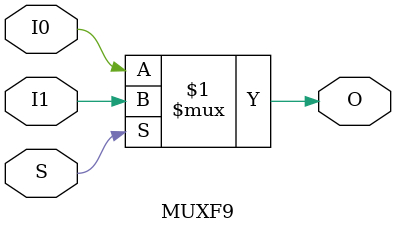
<source format=v>

`ifdef verilator3
`else
`timescale 1 ps / 1 ps
`endif

/* verilator coverage_off */
module MUXF9
(
    input  wire I0, I1,
    input  wire S,
    output wire O
);

    assign O = (S) ? I1 : I0;

endmodule
/* verilator coverage_on */

</source>
